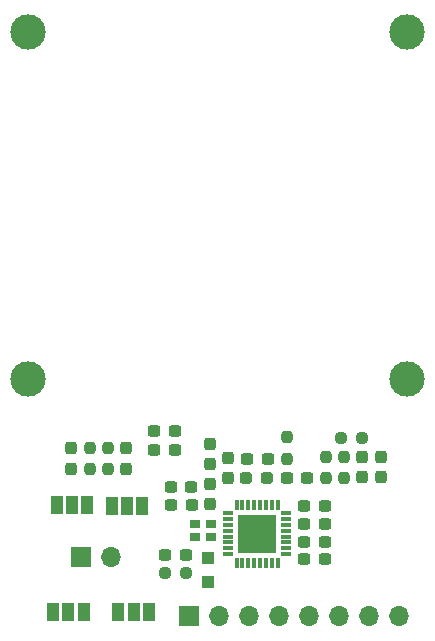
<source format=gts>
G04 #@! TF.GenerationSoftware,KiCad,Pcbnew,7.0.9*
G04 #@! TF.CreationDate,2024-04-20T19:04:57+02:00*
G04 #@! TF.ProjectId,NFC_Programmer,4e46435f-5072-46f6-9772-616d6d65722e,3.0*
G04 #@! TF.SameCoordinates,Original*
G04 #@! TF.FileFunction,Soldermask,Top*
G04 #@! TF.FilePolarity,Negative*
%FSLAX46Y46*%
G04 Gerber Fmt 4.6, Leading zero omitted, Abs format (unit mm)*
G04 Created by KiCad (PCBNEW 7.0.9) date 2024-04-20 19:04:57*
%MOMM*%
%LPD*%
G01*
G04 APERTURE LIST*
G04 Aperture macros list*
%AMRoundRect*
0 Rectangle with rounded corners*
0 $1 Rounding radius*
0 $2 $3 $4 $5 $6 $7 $8 $9 X,Y pos of 4 corners*
0 Add a 4 corners polygon primitive as box body*
4,1,4,$2,$3,$4,$5,$6,$7,$8,$9,$2,$3,0*
0 Add four circle primitives for the rounded corners*
1,1,$1+$1,$2,$3*
1,1,$1+$1,$4,$5*
1,1,$1+$1,$6,$7*
1,1,$1+$1,$8,$9*
0 Add four rect primitives between the rounded corners*
20,1,$1+$1,$2,$3,$4,$5,0*
20,1,$1+$1,$4,$5,$6,$7,0*
20,1,$1+$1,$6,$7,$8,$9,0*
20,1,$1+$1,$8,$9,$2,$3,0*%
G04 Aperture macros list end*
%ADD10RoundRect,0.237500X-0.237500X0.250000X-0.237500X-0.250000X0.237500X-0.250000X0.237500X0.250000X0*%
%ADD11RoundRect,0.237500X0.300000X0.237500X-0.300000X0.237500X-0.300000X-0.237500X0.300000X-0.237500X0*%
%ADD12RoundRect,0.237500X0.237500X-0.250000X0.237500X0.250000X-0.237500X0.250000X-0.237500X-0.250000X0*%
%ADD13R,1.000000X1.500000*%
%ADD14C,3.000000*%
%ADD15R,1.000000X1.000000*%
%ADD16R,1.700000X1.700000*%
%ADD17O,1.700000X1.700000*%
%ADD18RoundRect,0.237500X0.237500X-0.287500X0.237500X0.287500X-0.237500X0.287500X-0.237500X-0.287500X0*%
%ADD19R,0.900000X0.800000*%
%ADD20RoundRect,0.237500X0.237500X-0.300000X0.237500X0.300000X-0.237500X0.300000X-0.237500X-0.300000X0*%
%ADD21RoundRect,0.237500X-0.237500X0.300000X-0.237500X-0.300000X0.237500X-0.300000X0.237500X0.300000X0*%
%ADD22R,0.850000X0.300000*%
%ADD23R,0.300000X0.850000*%
%ADD24R,3.250000X3.250000*%
%ADD25RoundRect,0.237500X-0.300000X-0.237500X0.300000X-0.237500X0.300000X0.237500X-0.300000X0.237500X0*%
%ADD26RoundRect,0.237500X-0.250000X-0.237500X0.250000X-0.237500X0.250000X0.237500X-0.250000X0.237500X0*%
%ADD27RoundRect,0.237500X-0.287500X-0.237500X0.287500X-0.237500X0.287500X0.237500X-0.287500X0.237500X0*%
%ADD28RoundRect,0.237500X0.250000X0.237500X-0.250000X0.237500X-0.250000X-0.237500X0.250000X-0.237500X0*%
G04 APERTURE END LIST*
D10*
X150813750Y-94545000D03*
X150813750Y-96370000D03*
D11*
X147696750Y-96380000D03*
X145971750Y-96380000D03*
D12*
X145994250Y-94742500D03*
X145994250Y-92917500D03*
D13*
X131135000Y-98700000D03*
X132435000Y-98700000D03*
X133735000Y-98700000D03*
D14*
X124080000Y-58640000D03*
X156120000Y-58640000D03*
D15*
X139270000Y-105210000D03*
D11*
X137886750Y-97110000D03*
X136161750Y-97110000D03*
D16*
X128530000Y-103060000D03*
D17*
X131070000Y-103060000D03*
D18*
X140994250Y-96385000D03*
X140994250Y-94635000D03*
D11*
X136462500Y-93970000D03*
X134737500Y-93970000D03*
D14*
X124060000Y-88020000D03*
D19*
X139571750Y-100230000D03*
X138171750Y-100230000D03*
X138171750Y-101330000D03*
X139571750Y-101330000D03*
D20*
X139504250Y-98602500D03*
X139504250Y-96877500D03*
D21*
X139464250Y-93467500D03*
X139464250Y-95192500D03*
D22*
X145914250Y-102820000D03*
X145914250Y-102320000D03*
X145914250Y-101820000D03*
X145914250Y-101320000D03*
X145914250Y-100820000D03*
X145914250Y-100320000D03*
X145914250Y-99820000D03*
X145914250Y-99320000D03*
D23*
X145214250Y-98620000D03*
X144714250Y-98620000D03*
X144214250Y-98620000D03*
X143714250Y-98620000D03*
X143214250Y-98620000D03*
X142714250Y-98620000D03*
X142214250Y-98620000D03*
X141714250Y-98620000D03*
D22*
X141014250Y-99320000D03*
X141014250Y-99820000D03*
X141014250Y-100320000D03*
X141014250Y-100820000D03*
X141014250Y-101320000D03*
X141014250Y-101820000D03*
X141014250Y-102320000D03*
X141014250Y-102820000D03*
D23*
X141714250Y-103520000D03*
X142214250Y-103520000D03*
X142714250Y-103520000D03*
X143214250Y-103520000D03*
X143714250Y-103520000D03*
X144214250Y-103520000D03*
X144714250Y-103520000D03*
X145214250Y-103520000D03*
D24*
X143464250Y-101070000D03*
D16*
X137670000Y-108020000D03*
D17*
X140210000Y-108020000D03*
X142750000Y-108020000D03*
X145290000Y-108020000D03*
X147830000Y-108020000D03*
X150370000Y-108020000D03*
X152910000Y-108020000D03*
X155450000Y-108020000D03*
D10*
X130835000Y-93800000D03*
X130835000Y-95625000D03*
D15*
X139270000Y-103140000D03*
D20*
X152344250Y-96320000D03*
X152344250Y-94595000D03*
D11*
X136462500Y-92400000D03*
X134737500Y-92400000D03*
D25*
X147445000Y-98700000D03*
X149170000Y-98700000D03*
X147445000Y-100220000D03*
X149170000Y-100220000D03*
D12*
X149283250Y-96370000D03*
X149283250Y-94545000D03*
D21*
X153904250Y-94587500D03*
X153904250Y-96312500D03*
D25*
X147445000Y-101740000D03*
X149170000Y-101740000D03*
D10*
X129285000Y-93800000D03*
X129285000Y-95625000D03*
D26*
X150522500Y-92990000D03*
X152347500Y-92990000D03*
D21*
X132385000Y-93850000D03*
X132385000Y-95575000D03*
D20*
X127725000Y-95575000D03*
X127725000Y-93850000D03*
D11*
X137407500Y-102870000D03*
X135682500Y-102870000D03*
D27*
X142544250Y-96400000D03*
X144294250Y-96400000D03*
D28*
X137460000Y-104400000D03*
X135635000Y-104400000D03*
D13*
X129075000Y-98690000D03*
X127775000Y-98690000D03*
X126475000Y-98690000D03*
X134310000Y-107670000D03*
X133010000Y-107670000D03*
X131710000Y-107670000D03*
X126170000Y-107670000D03*
X127470000Y-107670000D03*
X128770000Y-107670000D03*
D25*
X142609250Y-94790000D03*
X144334250Y-94790000D03*
D11*
X137926750Y-98680000D03*
X136201750Y-98680000D03*
D14*
X156110000Y-88020000D03*
D25*
X147445000Y-103260000D03*
X149170000Y-103260000D03*
M02*

</source>
